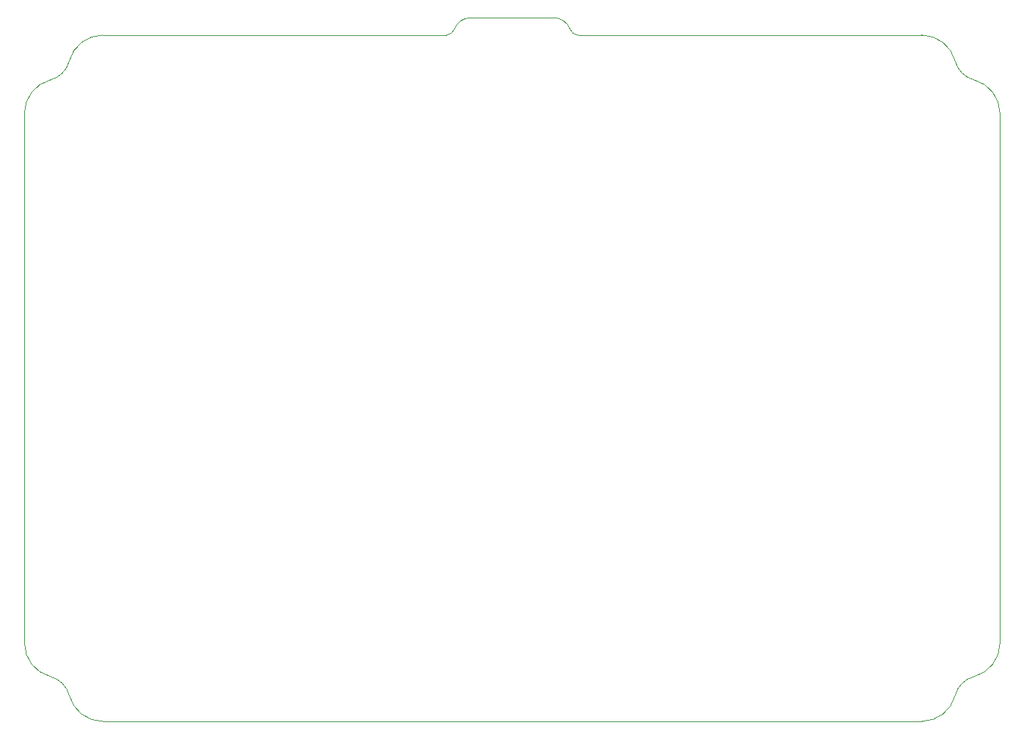
<source format=gbr>
%TF.GenerationSoftware,KiCad,Pcbnew,(6.0.8)*%
%TF.CreationDate,2022-10-08T09:35:05+11:00*%
%TF.ProjectId,KEEBPAD-MK,4b454542-5041-4442-9d4d-4b2e6b696361,1.0.0*%
%TF.SameCoordinates,PX8f0d180PY8f0d180*%
%TF.FileFunction,Profile,NP*%
%FSLAX46Y46*%
G04 Gerber Fmt 4.6, Leading zero omitted, Abs format (unit mm)*
G04 Created by KiCad (PCBNEW (6.0.8)) date 2022-10-08 09:35:05*
%MOMM*%
%LPD*%
G01*
G04 APERTURE LIST*
%TA.AperFunction,Profile*%
%ADD10C,0.010000*%
%TD*%
G04 APERTURE END LIST*
D10*
%TO.C,B1*%
X3537501Y47175000D02*
X5537501Y47175001D01*
X-4062499Y47175000D02*
X-2062499Y47175000D01*
X-55524999Y-24959055D02*
X-55524998Y36134055D01*
X57000001Y36134055D02*
X57000001Y-24959055D01*
X47959056Y-34000000D02*
X-46484054Y-34000000D01*
X8365928Y45175000D02*
X47959056Y45175000D01*
X-2062499Y47175000D02*
X3537501Y47175000D01*
X-46484053Y45175000D02*
X-6890926Y45175000D01*
X-4062499Y47174999D02*
G75*
G03*
X-5948117Y45841667I-1J-1999999D01*
G01*
X-55524978Y-24959055D02*
G75*
G03*
X-52518989Y-28833585I4000078J55D01*
G01*
X-50358585Y-30993990D02*
G75*
G03*
X-52518989Y-28833585I-2905915J-745510D01*
G01*
X57000001Y36134055D02*
G75*
G03*
X53993992Y40008585I-4000061J-47D01*
G01*
X51833587Y42168990D02*
G75*
G03*
X47959056Y45175000I-3874456J-993894D01*
G01*
X47959056Y-34000000D02*
G75*
G03*
X51833586Y-30993990I-45J4000058D01*
G01*
X7423120Y45841667D02*
G75*
G03*
X5537501Y47175001I-1885618J-666665D01*
G01*
X-6890926Y45175000D02*
G75*
G03*
X-5948117Y45841667I-14J1000020D01*
G01*
X51833587Y42168990D02*
G75*
G03*
X53993992Y40008585I2905910J745505D01*
G01*
X-52518989Y40008584D02*
G75*
G03*
X-50358584Y42168990I-745511J2905916D01*
G01*
X-46484053Y45174995D02*
G75*
G03*
X-50358584Y42168990I33J-4000045D01*
G01*
X-52518990Y40008588D02*
G75*
G03*
X-55524998Y36134055I993900J-3874458D01*
G01*
X53993991Y-28833585D02*
G75*
G03*
X51833586Y-30993990I745512J-2905917D01*
G01*
X-50358627Y-30994001D02*
G75*
G03*
X-46484054Y-34000000I3874527J994001D01*
G01*
X7423119Y45841667D02*
G75*
G03*
X8365928Y45175000I942759J333262D01*
G01*
X53993991Y-28833585D02*
G75*
G03*
X57000001Y-24959055I-993978J3874521D01*
G01*
%TD*%
M02*

</source>
